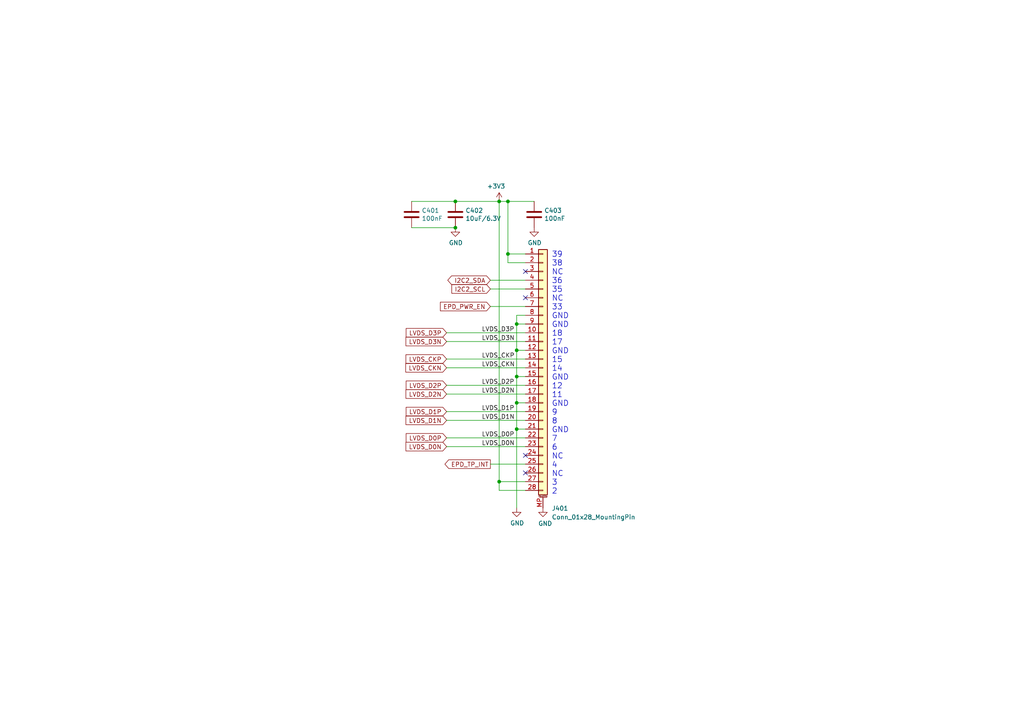
<source format=kicad_sch>
(kicad_sch (version 20210406) (generator eeschema)
  (paper "A4")
  (lib_symbols
    (symbol "Connector_Generic_MountingPin:Conn_01x28_MountingPin" (pin_names (offset 1.016) hide)
      (property "Reference" "J" (at 0 35.56 0))
      (property "Value" "Conn_01x28_MountingPin" (at 1.27 -38.1 0))
      (symbol "Conn_01x28_MountingPin_1_1"
        (text "Mounting" (at 0 -37.211 0) (effects (font (size 0.381 0.381))))
        (rectangle (start -1.27 -35.433) (end 0 -35.687) (stroke (width 0.1524)))
        (rectangle (start -1.27 -32.893) (end 0 -33.147) (stroke (width 0.1524)))
        (rectangle (start -1.27 -30.353) (end 0 -30.607) (stroke (width 0.1524)))
        (rectangle (start -1.27 -27.813) (end 0 -28.067) (stroke (width 0.1524)))
        (rectangle (start -1.27 -25.273) (end 0 -25.527) (stroke (width 0.1524)))
        (rectangle (start -1.27 -22.733) (end 0 -22.987) (stroke (width 0.1524)))
        (rectangle (start -1.27 -20.193) (end 0 -20.447) (stroke (width 0.1524)))
        (rectangle (start -1.27 -17.653) (end 0 -17.907) (stroke (width 0.1524)))
        (rectangle (start -1.27 -15.113) (end 0 -15.367) (stroke (width 0.1524)))
        (rectangle (start -1.27 -12.573) (end 0 -12.827) (stroke (width 0.1524)))
        (rectangle (start -1.27 -10.033) (end 0 -10.287) (stroke (width 0.1524)))
        (rectangle (start -1.27 -7.493) (end 0 -7.747) (stroke (width 0.1524)))
        (rectangle (start -1.27 -4.953) (end 0 -5.207) (stroke (width 0.1524)))
        (rectangle (start -1.27 -2.413) (end 0 -2.667) (stroke (width 0.1524)))
        (rectangle (start -1.27 0.127) (end 0 -0.127) (stroke (width 0.1524)))
        (rectangle (start -1.27 2.667) (end 0 2.413) (stroke (width 0.1524)))
        (rectangle (start -1.27 5.207) (end 0 4.953) (stroke (width 0.1524)))
        (rectangle (start -1.27 7.747) (end 0 7.493) (stroke (width 0.1524)))
        (rectangle (start -1.27 10.287) (end 0 10.033) (stroke (width 0.1524)))
        (rectangle (start -1.27 12.827) (end 0 12.573) (stroke (width 0.1524)))
        (rectangle (start -1.27 15.367) (end 0 15.113) (stroke (width 0.1524)))
        (rectangle (start -1.27 17.907) (end 0 17.653) (stroke (width 0.1524)))
        (rectangle (start -1.27 20.447) (end 0 20.193) (stroke (width 0.1524)))
        (rectangle (start -1.27 22.987) (end 0 22.733) (stroke (width 0.1524)))
        (rectangle (start -1.27 25.527) (end 0 25.273) (stroke (width 0.1524)))
        (rectangle (start -1.27 28.067) (end 0 27.813) (stroke (width 0.1524)))
        (rectangle (start -1.27 30.607) (end 0 30.353) (stroke (width 0.1524)))
        (rectangle (start -1.27 33.147) (end 0 32.893) (stroke (width 0.1524)))
        (rectangle (start -1.27 34.29) (end 1.27 -36.83) (stroke (width 0.254)) (fill (type background)))
        (polyline (pts (xy -1.016 -37.592) (xy 1.016 -37.592)) (stroke (width 0.1524)))
        (pin passive line (at -5.08 33.02 0) (length 3.81) (name "Pin_1") (number "1"))
        (pin passive line (at -5.08 10.16 0) (length 3.81) (name "Pin_10") (number "10"))
        (pin passive line (at -5.08 7.62 0) (length 3.81) (name "Pin_11") (number "11"))
        (pin passive line (at -5.08 5.08 0) (length 3.81) (name "Pin_12") (number "12"))
        (pin passive line (at -5.08 2.54 0) (length 3.81) (name "Pin_13") (number "13"))
        (pin passive line (at -5.08 0 0) (length 3.81) (name "Pin_14") (number "14"))
        (pin passive line (at -5.08 -2.54 0) (length 3.81) (name "Pin_15") (number "15"))
        (pin passive line (at -5.08 -5.08 0) (length 3.81) (name "Pin_16") (number "16"))
        (pin passive line (at -5.08 -7.62 0) (length 3.81) (name "Pin_17") (number "17"))
        (pin passive line (at -5.08 -10.16 0) (length 3.81) (name "Pin_18") (number "18"))
        (pin passive line (at -5.08 -12.7 0) (length 3.81) (name "Pin_19") (number "19"))
        (pin passive line (at -5.08 30.48 0) (length 3.81) (name "Pin_2") (number "2"))
        (pin passive line (at -5.08 -15.24 0) (length 3.81) (name "Pin_20") (number "20"))
        (pin passive line (at -5.08 -17.78 0) (length 3.81) (name "Pin_21") (number "21"))
        (pin passive line (at -5.08 -20.32 0) (length 3.81) (name "Pin_22") (number "22"))
        (pin passive line (at -5.08 -22.86 0) (length 3.81) (name "Pin_23") (number "23"))
        (pin passive line (at -5.08 -25.4 0) (length 3.81) (name "Pin_24") (number "24"))
        (pin passive line (at -5.08 -27.94 0) (length 3.81) (name "Pin_25") (number "25"))
        (pin passive line (at -5.08 -30.48 0) (length 3.81) (name "Pin_26") (number "26"))
        (pin passive line (at -5.08 -33.02 0) (length 3.81) (name "Pin_27") (number "27"))
        (pin passive line (at -5.08 -35.56 0) (length 3.81) (name "Pin_28") (number "28"))
        (pin passive line (at -5.08 27.94 0) (length 3.81) (name "Pin_3") (number "3"))
        (pin passive line (at -5.08 25.4 0) (length 3.81) (name "Pin_4") (number "4"))
        (pin passive line (at -5.08 22.86 0) (length 3.81) (name "Pin_5") (number "5"))
        (pin passive line (at -5.08 20.32 0) (length 3.81) (name "Pin_6") (number "6"))
        (pin passive line (at -5.08 17.78 0) (length 3.81) (name "Pin_7") (number "7"))
        (pin passive line (at -5.08 15.24 0) (length 3.81) (name "Pin_8") (number "8"))
        (pin passive line (at -5.08 12.7 0) (length 3.81) (name "Pin_9") (number "9"))
        (pin passive line (at 0 -40.64 90) (length 3.048) (name "MountPin") (number "MP"))
      )
    )
    (symbol "Device:C" (pin_numbers hide) (pin_names (offset 0.254))
      (property "Reference" "C" (at 0.635 2.54 0))
      (property "Value" "C" (at 0.635 -2.54 0))
      (symbol "C_0_1"
        (polyline (pts (xy -2.032 -0.762) (xy 2.032 -0.762)) (stroke (width 0.508)))
        (polyline (pts (xy -2.032 0.762) (xy 2.032 0.762)) (stroke (width 0.508)))
      )
      (symbol "C_1_1"
        (pin passive line (at 0 3.81 270) (length 2.794) (name "~") (number "1"))
        (pin passive line (at 0 -3.81 90) (length 2.794) (name "~") (number "2"))
      )
    )
    (symbol "power:+3V3" (power) (pin_names (offset 0))
      (property "Value" "+3V3" (at 0 3.556 0))
      (symbol "+3V3_0_1"
        (polyline (pts (xy -0.762 1.27) (xy 0 2.54)))
        (polyline (pts (xy 0 0) (xy 0 2.54)))
        (polyline (pts (xy 0 2.54) (xy 0.762 1.27)))
      )
      (symbol "+3V3_1_1"
        (pin power_in line (at 0 0 90) (length 0) hide (name "+3V3") (number "1"))
      )
    )
    (symbol "power:GND" (power) (pin_names (offset 0))
      (property "Value" "GND" (at 0 -3.81 0))
      (symbol "GND_0_1"
        (polyline (pts (xy 0 0) (xy 0 -1.27) (xy 1.27 -1.27) (xy 0 -2.54) (xy -1.27 -1.27) (xy 0 -1.27)))
      )
      (symbol "GND_1_1"
        (pin power_in line (at 0 0 270) (length 0) hide (name "GND") (number "1"))
      )
    )
  )
  (junction (at 132.08 58.42) (diameter 0.9144))
  (junction (at 132.08 66.04) (diameter 0.9144))
  (junction (at 144.78 58.42) (diameter 0.9144))
  (junction (at 144.78 139.7) (diameter 0.9144))
  (junction (at 147.32 58.42) (diameter 0.9144))
  (junction (at 147.32 73.66) (diameter 0.9144))
  (junction (at 149.86 93.98) (diameter 0.9144))
  (junction (at 149.86 101.6) (diameter 0.9144))
  (junction (at 149.86 109.22) (diameter 0.9144))
  (junction (at 149.86 116.84) (diameter 0.9144))
  (junction (at 149.86 124.46) (diameter 0.9144))
  (no_connect (at 152.4 78.74))
  (no_connect (at 152.4 86.36))
  (no_connect (at 152.4 132.08))
  (no_connect (at 152.4 137.16))
  (wire (pts (xy 129.54 96.52) (xy 152.4 96.52)))
  (wire (pts (xy 129.54 99.06) (xy 152.4 99.06)))
  (wire (pts (xy 129.54 104.14) (xy 152.4 104.14)))
  (wire (pts (xy 129.54 106.68) (xy 152.4 106.68)))
  (wire (pts (xy 129.54 111.76) (xy 152.4 111.76)))
  (wire (pts (xy 129.54 114.3) (xy 152.4 114.3)))
  (wire (pts (xy 129.54 119.38) (xy 152.4 119.38)))
  (wire (pts (xy 129.54 121.92) (xy 152.4 121.92)))
  (wire (pts (xy 129.54 127) (xy 152.4 127)))
  (wire (pts (xy 129.54 129.54) (xy 152.4 129.54)))
  (wire (pts (xy 132.08 58.42) (xy 119.38 58.42)))
  (wire (pts (xy 132.08 66.04) (xy 119.38 66.04)))
  (wire (pts (xy 142.24 81.28) (xy 152.4 81.28)))
  (wire (pts (xy 142.24 83.82) (xy 152.4 83.82)))
  (wire (pts (xy 142.24 88.9) (xy 152.4 88.9)))
  (wire (pts (xy 142.24 134.62) (xy 152.4 134.62)))
  (wire (pts (xy 144.78 58.42) (xy 132.08 58.42)))
  (wire (pts (xy 144.78 58.42) (xy 144.78 139.7)))
  (wire (pts (xy 144.78 58.42) (xy 147.32 58.42)))
  (wire (pts (xy 144.78 139.7) (xy 144.78 142.24)))
  (wire (pts (xy 144.78 139.7) (xy 152.4 139.7)))
  (wire (pts (xy 144.78 142.24) (xy 152.4 142.24)))
  (wire (pts (xy 147.32 73.66) (xy 147.32 58.42)))
  (wire (pts (xy 147.32 76.2) (xy 147.32 73.66)))
  (wire (pts (xy 149.86 91.44) (xy 149.86 93.98)))
  (wire (pts (xy 149.86 91.44) (xy 152.4 91.44)))
  (wire (pts (xy 149.86 93.98) (xy 149.86 101.6)))
  (wire (pts (xy 149.86 101.6) (xy 149.86 109.22)))
  (wire (pts (xy 149.86 101.6) (xy 152.4 101.6)))
  (wire (pts (xy 149.86 109.22) (xy 149.86 116.84)))
  (wire (pts (xy 149.86 109.22) (xy 152.4 109.22)))
  (wire (pts (xy 149.86 116.84) (xy 149.86 124.46)))
  (wire (pts (xy 149.86 116.84) (xy 152.4 116.84)))
  (wire (pts (xy 149.86 124.46) (xy 149.86 147.32)))
  (wire (pts (xy 149.86 124.46) (xy 152.4 124.46)))
  (wire (pts (xy 152.4 73.66) (xy 147.32 73.66)))
  (wire (pts (xy 152.4 76.2) (xy 147.32 76.2)))
  (wire (pts (xy 152.4 93.98) (xy 149.86 93.98)))
  (wire (pts (xy 154.94 58.42) (xy 147.32 58.42)))
  (text "39\n38\nNC\n36\n35\nNC\n33\nGND\nGND\n18\n17\nGND\n15\n14\nGND\n12\n11\nGND\n9\n8\nGND\n7\n6\nNC\n4\nNC\n3\n2" (at 160.02 143.51 0) (effects (font (size 1.58 1.58)) (justify left bottom)))
  (label "LVDS_D3P" (at 139.7 96.52 0))
  (label "LVDS_D3N" (at 139.7 99.06 0))
  (label "LVDS_CKP" (at 139.7 104.14 0))
  (label "LVDS_CKN" (at 139.7 106.68 0))
  (label "LVDS_D2P" (at 139.7 111.76 0))
  (label "LVDS_D2N" (at 139.7 114.3 0))
  (label "LVDS_D1P" (at 139.7 119.38 0))
  (label "LVDS_D1N" (at 139.7 121.92 0))
  (label "LVDS_D0P" (at 139.7 127 0))
  (label "LVDS_D0N" (at 139.7 129.54 0))
  (global_label "LVDS_D3P" (shape input) (at 129.54 96.52 180) (property "Intersheet References" "${INTERSHEET_REFS}" (effects hide)))
  (global_label "LVDS_D3N" (shape input) (at 129.54 99.06 180) (property "Intersheet References" "${INTERSHEET_REFS}" (effects hide)))
  (global_label "LVDS_CKP" (shape input) (at 129.54 104.14 180) (property "Intersheet References" "${INTERSHEET_REFS}" (effects hide)))
  (global_label "LVDS_CKN" (shape input) (at 129.54 106.68 180) (property "Intersheet References" "${INTERSHEET_REFS}" (effects hide)))
  (global_label "LVDS_D2P" (shape input) (at 129.54 111.76 180) (property "Intersheet References" "${INTERSHEET_REFS}" (effects hide)))
  (global_label "LVDS_D2N" (shape input) (at 129.54 114.3 180) (property "Intersheet References" "${INTERSHEET_REFS}" (effects hide)))
  (global_label "LVDS_D1P" (shape input) (at 129.54 119.38 180) (property "Intersheet References" "${INTERSHEET_REFS}" (effects hide)))
  (global_label "LVDS_D1N" (shape input) (at 129.54 121.92 180) (property "Intersheet References" "${INTERSHEET_REFS}" (effects hide)))
  (global_label "LVDS_D0P" (shape input) (at 129.54 127 180) (property "Intersheet References" "${INTERSHEET_REFS}" (effects hide)))
  (global_label "LVDS_D0N" (shape input) (at 129.54 129.54 180) (property "Intersheet References" "${INTERSHEET_REFS}" (effects hide)))
  (global_label "I2C2_SDA" (shape bidirectional) (at 142.24 81.28 180) (property "Intersheet References" "${INTERSHEET_REFS}" (effects hide)))
  (global_label "I2C2_SCL" (shape input) (at 142.24 83.82 180) (property "Intersheet References" "${INTERSHEET_REFS}" (effects hide)))
  (global_label "EPD_PWR_EN" (shape input) (at 142.24 88.9 180) (property "Intersheet References" "${INTERSHEET_REFS}" (effects hide)))
  (global_label "EPD_TP_INT" (shape output) (at 142.24 134.62 180) (property "Intersheet References" "${INTERSHEET_REFS}" (effects hide)))
  (symbol (lib_id "power:+3V3") (at 144.78 58.42 0) (unit 1)
    (property "Reference" "#PWR0402" (effects hide))
    (property "Value" "+3V3" (at 143.891 54.0258 0))
  )
  (symbol (lib_id "power:GND") (at 132.08 66.04 0) (unit 1)
    (property "Reference" "#PWR0401" (effects hide))
    (property "Value" "GND" (at 132.207 70.4342 0))
  )
  (symbol (lib_id "power:GND") (at 149.86 147.32 0) (unit 1)
    (property "Reference" "#PWR0403" (effects hide))
    (property "Value" "GND" (at 149.987 151.7142 0))
  )
  (symbol (lib_id "power:GND") (at 154.94 66.04 0) (unit 1)
    (property "Reference" "#PWR0404" (effects hide))
    (property "Value" "GND" (at 155.067 70.4342 0))
  )
  (symbol (lib_id "power:GND") (at 157.48 147.32 0) (mirror y) (unit 1)
    (property "Reference" "#PWR0405" (effects hide))
    (property "Value" "GND" (at 156.083 151.8412 0) (effects (justify right)))
  )
  (symbol (lib_id "Device:C") (at 119.38 62.23 0) (unit 1)
    (property "Reference" "C401" (at 122.301 61.0616 0) (effects (justify left)))
    (property "Value" "100nF" (at 122.301 63.373 0) (effects (justify left)))
    (property "Footprint" "Capacitor_SMD:C_0402_1005Metric" (effects hide))
  )
  (symbol (lib_id "Device:C") (at 132.08 62.23 0) (unit 1)
    (property "Reference" "C402" (at 135.001 61.0616 0) (effects (justify left)))
    (property "Value" "10uF/6.3V" (at 135.001 63.373 0) (effects (justify left)))
    (property "Footprint" "Capacitor_SMD:C_0603_1608Metric" (effects hide))
  )
  (symbol (lib_id "Device:C") (at 154.94 62.23 0) (unit 1)
    (property "Reference" "C403" (at 157.861 61.0616 0) (effects (justify left)))
    (property "Value" "100nF" (at 157.861 63.373 0) (effects (justify left)))
    (property "Footprint" "Capacitor_SMD:C_0402_1005Metric" (effects hide))
  )
  (symbol (lib_id "Connector_Generic_MountingPin:Conn_01x28_MountingPin") (at 157.48 106.68 0) (unit 1)
    (property "Reference" "J401" (at 160.02 147.4469 0) (effects (justify left)))
    (property "Value" "Conn_01x28_MountingPin" (at 160.02 149.9869 0) (effects (justify left)))
    (property "Footprint" "Connector_FFC-FPC:Hirose_FH12-28S-0.5SH_1x28-1MP_P0.50mm_Horizontal" (effects hide))
  )
)
</source>
